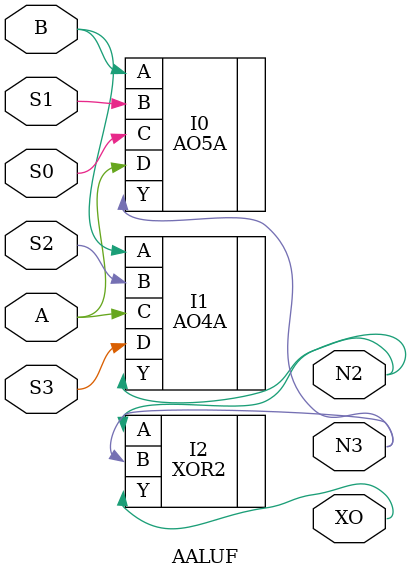
<source format=v>
`timescale 1 ns / 100 ps
module AALUF( A, B, N2, N3, S0, S1, S2, S3, XO );

input A, B, S0, S1, S2, S3;
output N2, N3, XO;



specify 
    specparam CDS_LIBNAME  = "3200DX";
    specparam CDS_CELLNAME = "AALUF";
    specparam CDS_VIEWNAME = "schematic";
endspecify

XOR2  I2( .Y(XO), .A(N2), .B(N3));
AO4A  I1( .A(B), .B(S2), .C(A), .D(S3), .Y(N2));
AO5A  I0( .A(B), .B(S1), .D(A), .C(S0), .Y(N3));

endmodule

</source>
